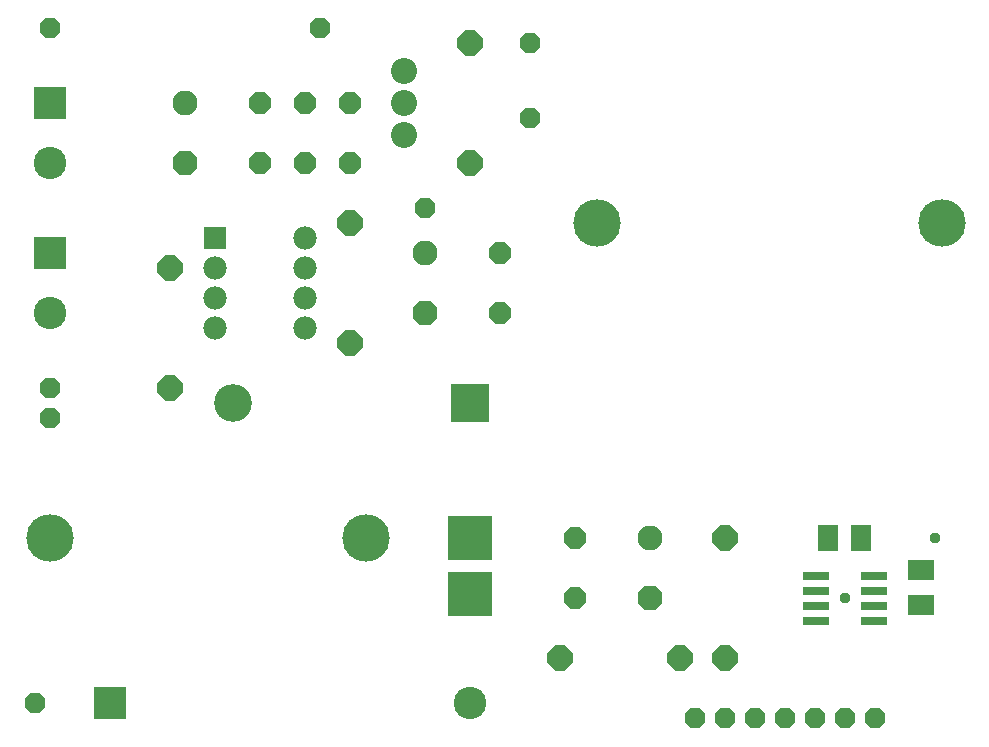
<source format=gbr>
G04 EAGLE Gerber RS-274X export*
G75*
%MOMM*%
%FSLAX34Y34*%
%LPD*%
%INSoldermask Top*%
%IPPOS*%
%AMOC8*
5,1,8,0,0,1.08239X$1,22.5*%
G01*
%ADD10P,1.951982X8X292.500000*%
%ADD11C,2.108200*%
%ADD12P,2.281895X8X292.500000*%
%ADD13R,3.203200X3.203200*%
%ADD14C,3.203200*%
%ADD15R,2.743200X2.743200*%
%ADD16C,2.743200*%
%ADD17C,4.013200*%
%ADD18P,2.309387X8X112.500000*%
%ADD19P,2.309387X8X22.500000*%
%ADD20C,2.203200*%
%ADD21R,3.719200X3.719200*%
%ADD22P,1.869504X8X22.500000*%
%ADD23R,1.981200X1.981200*%
%ADD24C,1.981200*%
%ADD25R,2.184400X0.762000*%
%ADD26R,1.803200X2.203200*%
%ADD27R,2.203200X1.703200*%
%ADD28C,0.959600*%


D10*
X508000Y228600D03*
X508000Y177800D03*
X241300Y596900D03*
X241300Y546100D03*
X444500Y469900D03*
X444500Y419100D03*
D11*
X177800Y596900D03*
D12*
X177800Y546100D03*
D11*
X381000Y469900D03*
D12*
X381000Y419100D03*
D11*
X571500Y228600D03*
D12*
X571500Y177800D03*
D13*
X419100Y342900D03*
D14*
X218440Y342900D03*
D15*
X63500Y469900D03*
D16*
X63500Y419100D03*
D17*
X527050Y495300D03*
X819150Y495300D03*
D18*
X165100Y355600D03*
X165100Y457200D03*
X317500Y393700D03*
X317500Y495300D03*
X419100Y546100D03*
X419100Y647700D03*
D19*
X495300Y127000D03*
X596900Y127000D03*
D18*
X635000Y127000D03*
X635000Y228600D03*
D15*
X114300Y88900D03*
D16*
X419100Y88900D03*
D17*
X63500Y228600D03*
X331724Y228600D03*
D15*
X63500Y596900D03*
D16*
X63500Y546100D03*
D10*
X279400Y596900D03*
X279400Y546100D03*
X317500Y596900D03*
X317500Y546100D03*
D20*
X363700Y623900D03*
X363700Y596900D03*
X363700Y569900D03*
D21*
X419100Y228600D03*
X419100Y181600D03*
D22*
X469900Y584200D03*
X63500Y660400D03*
X469900Y647700D03*
X50800Y88900D03*
X292100Y660400D03*
X381000Y508000D03*
X609600Y76200D03*
X660400Y76200D03*
D23*
X203200Y482600D03*
D24*
X203200Y457200D03*
X203200Y431800D03*
X203200Y406400D03*
X279400Y406400D03*
X279400Y431800D03*
X279400Y457200D03*
X279400Y482600D03*
D22*
X63500Y355600D03*
X63500Y330200D03*
D25*
X711962Y196850D03*
X711962Y184150D03*
X711962Y171450D03*
X711962Y158750D03*
X761238Y158750D03*
X761238Y171450D03*
X761238Y184150D03*
X761238Y196850D03*
D26*
X722600Y228600D03*
X750600Y228600D03*
D27*
X801370Y171690D03*
X801370Y201690D03*
D22*
X711200Y76200D03*
X685800Y76200D03*
X635000Y76200D03*
X762000Y76200D03*
X736600Y76200D03*
D28*
X736600Y177800D03*
X812800Y228600D03*
M02*

</source>
